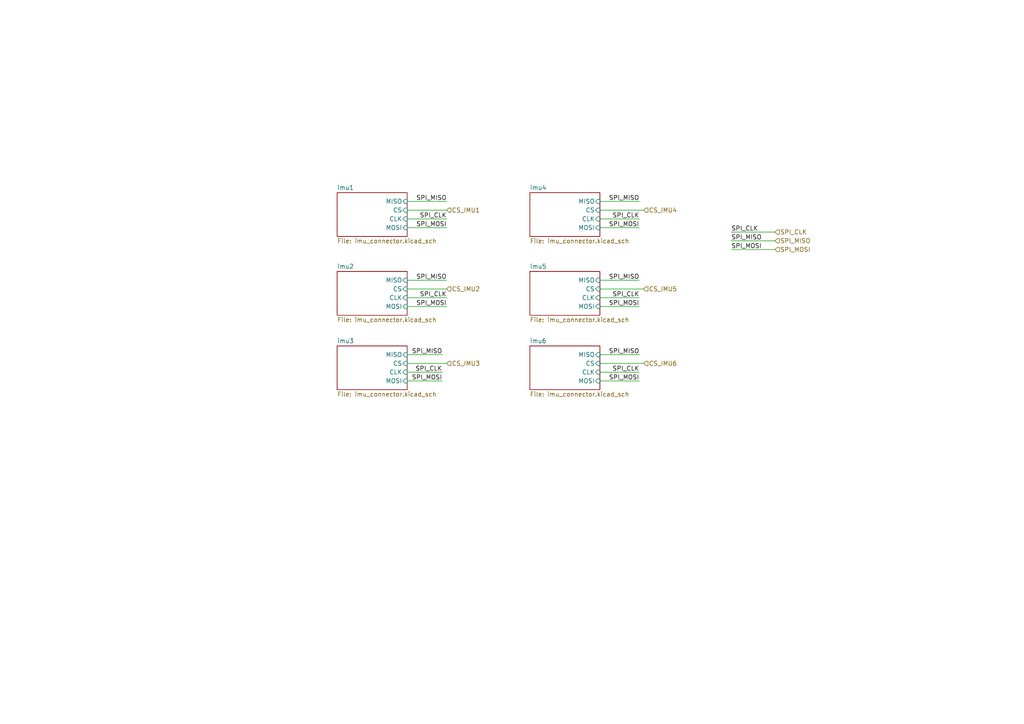
<source format=kicad_sch>
(kicad_sch (version 20211123) (generator eeschema)
  (paper "A4")
  (lib_symbols)
  (wire (pts (xy 173.99 102.87) (xy 185.42 102.87)))
  (wire (pts (xy 173.99 86.36) (xy 185.42 86.36)))
  (wire (pts (xy 173.99 81.28) (xy 185.42 81.28)))
  (wire (pts (xy 173.99 58.42) (xy 185.42 58.42)))
  (wire (pts (xy 173.99 107.95) (xy 185.42 107.95)))
  (wire (pts (xy 173.99 105.41) (xy 186.69 105.41)))
  (wire (pts (xy 118.11 88.9) (xy 129.54 88.9)))
  (wire (pts (xy 173.99 110.49) (xy 185.42 110.49)))
  (wire (pts (xy 173.99 60.96) (xy 186.69 60.96)))
  (wire (pts (xy 118.11 58.42) (xy 129.54 58.42)))
  (wire (pts (xy 118.11 86.36) (xy 129.54 86.36)))
  (wire (pts (xy 212.09 72.39) (xy 224.79 72.39)))
  (wire (pts (xy 118.11 60.96) (xy 129.54 60.96)))
  (wire (pts (xy 118.11 102.87) (xy 128.27 102.87)))
  (wire (pts (xy 212.09 67.31) (xy 224.79 67.31)))
  (wire (pts (xy 173.99 83.82) (xy 186.69 83.82)))
  (wire (pts (xy 173.99 63.5) (xy 185.42 63.5)))
  (wire (pts (xy 118.11 107.95) (xy 128.27 107.95)))
  (wire (pts (xy 212.09 69.85) (xy 224.79 69.85)))
  (wire (pts (xy 173.99 66.04) (xy 185.42 66.04)))
  (wire (pts (xy 118.11 110.49) (xy 128.27 110.49)))
  (wire (pts (xy 118.11 105.41) (xy 129.54 105.41)))
  (wire (pts (xy 118.11 66.04) (xy 129.54 66.04)))
  (wire (pts (xy 118.11 83.82) (xy 129.54 83.82)))
  (wire (pts (xy 173.99 88.9) (xy 185.42 88.9)))
  (wire (pts (xy 118.11 63.5) (xy 129.54 63.5)))
  (wire (pts (xy 118.11 81.28) (xy 129.54 81.28)))
  (label "SPI_CLK" (at 128.27 107.95 180))
  (label "SPI_MOSI" (at 129.54 66.04 180))
  (label "SPI_MOSI" (at 212.09 72.39 0))
  (label "SPI_MOSI" (at 185.42 66.04 180))
  (label "SPI_MOSI" (at 185.42 110.49 180))
  (label "SPI_MISO" (at 128.27 102.87 180))
  (label "SPI_MISO" (at 129.54 81.28 180))
  (label "SPI_CLK" (at 212.09 67.31 0))
  (label "SPI_MISO" (at 212.09 69.85 0))
  (label "SPI_MISO" (at 185.42 81.28 180))
  (label "SPI_CLK" (at 129.54 86.36 180))
  (label "SPI_MOSI" (at 129.54 88.9 180))
  (label "SPI_MISO" (at 129.54 58.42 180))
  (label "SPI_CLK" (at 185.42 63.5 180))
  (label "SPI_CLK" (at 129.54 63.5 180))
  (label "SPI_MOSI" (at 185.42 88.9 180))
  (label "SPI_MISO" (at 185.42 102.87 180))
  (label "SPI_MOSI" (at 128.27 110.49 180))
  (label "SPI_MISO" (at 185.42 58.42 180))
  (label "SPI_CLK" (at 185.42 86.36 180))
  (label "SPI_CLK" (at 185.42 107.95 180))
  (hierarchical_label "CS_IMU3" (shape input) (at 129.54 105.41 0))
  (hierarchical_label "CS_IMU1" (shape input) (at 129.54 60.96 0))
  (hierarchical_label "CS_IMU2" (shape input) (at 129.54 83.82 0))
  (hierarchical_label "CS_IMU5" (shape input) (at 186.69 83.82 0))
  (hierarchical_label "CS_IMU6" (shape input) (at 186.69 105.41 0))
  (hierarchical_label "SPI_CLK" (shape input) (at 224.79 67.31 0))
  (hierarchical_label "SPI_MOSI" (shape input) (at 224.79 72.39 0))
  (hierarchical_label "SPI_MISO" (shape input) (at 224.79 69.85 0))
  (hierarchical_label "CS_IMU4" (shape input) (at 186.69 60.96 0))
  (sheet (at 153.67 100.33) (size 20.32 12.7) (stroke (width 0.1524))
    (property "Sheet name" "imu6" (at 153.67 99.6184 0) (effects (justify left bottom)))
    (property "Sheet file" "imu_connector.kicad_sch" (at 153.67 113.6146 0) (effects (justify left top)))
    (pin "MOSI" input (at 173.99 110.49 0))
    (pin "CLK" input (at 173.99 107.95 0))
    (pin "MISO" input (at 173.99 102.87 0))
    (pin "CS" input (at 173.99 105.41 0))
  )
  (sheet (at 97.79 100.33) (size 20.32 12.7) (stroke (width 0.1524))
    (property "Sheet name" "imu3" (at 97.79 99.6184 0) (effects (justify left bottom)))
    (property "Sheet file" "imu_connector.kicad_sch" (at 97.79 113.6146 0) (effects (justify left top)))
    (pin "MOSI" input (at 118.11 110.49 0))
    (pin "CLK" input (at 118.11 107.95 0))
    (pin "MISO" input (at 118.11 102.87 0))
    (pin "CS" input (at 118.11 105.41 0))
  )
  (sheet (at 97.79 78.74) (size 20.32 12.7) (stroke (width 0.1524))
    (property "Sheet name" "imu2" (at 97.79 78.0284 0) (effects (justify left bottom)))
    (property "Sheet file" "imu_connector.kicad_sch" (at 97.79 92.0246 0) (effects (justify left top)))
    (pin "MOSI" input (at 118.11 88.9 0))
    (pin "CLK" input (at 118.11 86.36 0))
    (pin "MISO" input (at 118.11 81.28 0))
    (pin "CS" input (at 118.11 83.82 0))
  )
  (sheet (at 153.67 55.88) (size 20.32 12.7) (stroke (width 0.1524))
    (property "Sheet name" "imu4" (at 153.67 55.1684 0) (effects (justify left bottom)))
    (property "Sheet file" "imu_connector.kicad_sch" (at 153.67 69.1646 0) (effects (justify left top)))
    (pin "MOSI" input (at 173.99 66.04 0))
    (pin "CLK" input (at 173.99 63.5 0))
    (pin "MISO" input (at 173.99 58.42 0))
    (pin "CS" input (at 173.99 60.96 0))
  )
  (sheet (at 153.67 78.74) (size 20.32 12.7) (stroke (width 0.1524))
    (property "Sheet name" "imu5" (at 153.67 78.0284 0) (effects (justify left bottom)))
    (property "Sheet file" "imu_connector.kicad_sch" (at 153.67 92.0246 0) (effects (justify left top)))
    (pin "MOSI" input (at 173.99 88.9 0))
    (pin "CLK" input (at 173.99 86.36 0))
    (pin "MISO" input (at 173.99 81.28 0))
    (pin "CS" input (at 173.99 83.82 0))
  )
  (sheet (at 97.79 55.88) (size 20.32 12.7) (stroke (width 0.1524))
    (property "Sheet name" "imu1" (at 97.79 55.1684 0) (effects (justify left bottom)))
    (property "Sheet file" "imu_connector.kicad_sch" (at 97.79 69.1646 0) (effects (justify left top)))
    (pin "MOSI" input (at 118.11 66.04 0))
    (pin "CLK" input (at 118.11 63.5 0))
    (pin "MISO" input (at 118.11 58.42 0))
    (pin "CS" input (at 118.11 60.96 0))
  )
)
</source>
